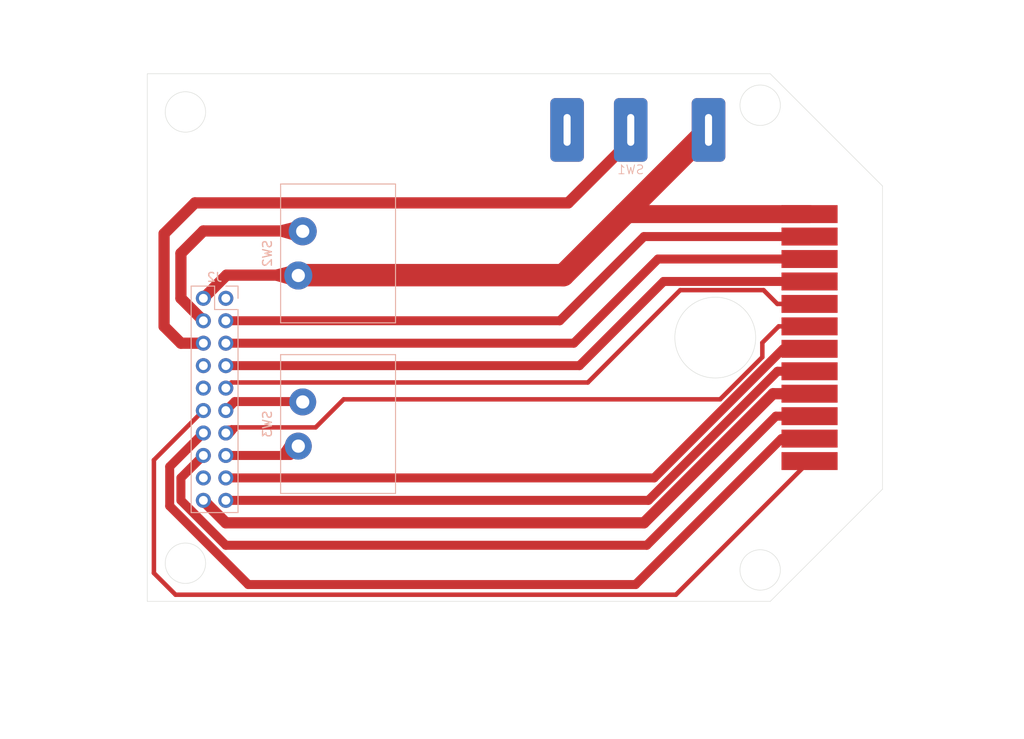
<source format=kicad_pcb>
(kicad_pcb (version 20241229) (generator "pcbnew") (generator_version "9.0")
  (layers (0 "F.Cu" signal) (2 "B.Cu" signal) (13 "F.Paste" user) (15 "B.Paste" user) (5 "F.SilkS" user "F.Silkscreen") (7 "B.SilkS" user "B.Silkscreen") (1 "F.Mask" user) (3 "B.Mask" user) (25 "Edge.Cuts" user))
  (net 0 "")
  (net 1 "Net-(J1-Pin_6)")
  (net 2 "Net-(J1-Pin_8)")
  (net 3 "Net-(J1-Pin_11)")
  (net 4 "Net-(J1-Pin_3)")
  (net 5 "Net-(J1-Pin_9)")
  (net 6 "Net-(J1-Pin_5)")
  (net 7 "Net-(J1-Pin_1)")
  (net 8 "Net-(J1-Pin_4)")
  (net 9 "Net-(J1-Pin_7)")
  (net 10 "Net-(J1-Pin_12)")
  (net 11 "Net-(J1-Pin_2)")
  (net 12 "Net-(J1-Pin_10)")
  (net 13 "Net-(J2-Pin_11)")
  (net 15 "Net-(J2-Pin_15)")
  (net 17 "Net-(J2-Pin_6)")
  (net 19 "Net-(J2-Pin_4)")
  (footprint "Custom Footprints:GH" (layer "F.Cu") (at 167.64 122.809 -90)
    (property "Reference" "J1" (hide yes))
    (property "Value" "Conn_01x12_Pin")
    (pad "1" smd rect (at -14.224 0 270) (size 2.032 6.35) (layers "F.Cu" "F.Mask" "F.Paste") (net 7 "Net-(J1-Pin_1)"))
    (pad "2" smd rect (at -11.684 0 270) (size 2.032 6.35) (layers "F.Cu" "F.Mask" "F.Paste") (net 11 "Net-(J1-Pin_2)"))
    (pad "3" smd rect (at -9.144 0 270) (size 2.032 6.35) (layers "F.Cu" "F.Mask" "F.Paste") (net 4 "Net-(J1-Pin_3)"))
    (pad "4" smd rect (at -6.604 0 270) (size 2.032 6.35) (layers "F.Cu" "F.Mask" "F.Paste") (net 8 "Net-(J1-Pin_4)"))
    (pad "5" smd rect (at -4.064 0 270) (size 2.032 6.35) (layers "F.Cu" "F.Mask" "F.Paste") (net 6 "Net-(J1-Pin_5)"))
    (pad "6" smd rect (at -1.524 0 270) (size 2.032 6.35) (layers "F.Cu" "F.Mask" "F.Paste") (net 1 "Net-(J1-Pin_6)"))
    (pad "7" smd rect (at 1.016 0 270) (size 2.032 6.35) (layers "F.Cu" "F.Mask" "F.Paste") (net 9 "Net-(J1-Pin_7)"))
    (pad "8" smd rect (at 3.556 0 270) (size 2.032 6.35) (layers "F.Cu" "F.Mask" "F.Paste") (net 2 "Net-(J1-Pin_8)"))
    (pad "9" smd rect (at 6.096 0 270) (size 2.032 6.35) (layers "F.Cu" "F.Mask" "F.Paste") (net 5 "Net-(J1-Pin_9)"))
    (pad "10" smd rect (at 8.636 0 270) (size 2.032 6.35) (layers "F.Cu" "F.Mask" "F.Paste") (net 12 "Net-(J1-Pin_10)"))
    (pad "11" smd rect (at 11.176 0 270) (size 2.032 6.35) (layers "F.Cu" "F.Mask" "F.Paste") (net 3 "Net-(J1-Pin_11)"))
    (pad "12" smd rect (at 13.716 0 270) (size 2.032 6.35) (layers "F.Cu" "F.Mask" "F.Paste") (net 10 "Net-(J1-Pin_12)"))
  )
  (footprint "Custom Footprints:KW11" (layer "B.Cu") (at 156.21 99.06 180)
    (property "Reference" "SW1" (at 8.8 -4.5 0) (layer "B.SilkS") (effects (font (thickness 0.1)) (justify mirror)))
    (property "Value" "SW_SPDT_321")
    (pad "1" thru_hole roundrect (at 0 0 180) (size 3.8 7.2) (drill oval 0.8 3.6) (layers "*.Cu" "*.Mask") (roundrect_rratio 0.15) (net 7 "Net-(J1-Pin_1)"))
    (pad "2" thru_hole roundrect (at 8.8 0 180) (size 3.8 7.2) (drill oval 0.8 3.6) (layers "*.Cu" "*.Mask") (roundrect_rratio 0.15) (net 17 "Net-(J2-Pin_6)"))
    (pad "3" thru_hole roundrect (at 16 0 180) (size 3.8 7.2) (drill oval 0.8 3.6) (layers "*.Cu" "*.Mask") (roundrect_rratio 0.15))
  )
  (footprint "Connector_PinHeader_2.54mm:PinHeader_2x10_P2.54mm_Vertical" (layer "B.Cu") (at 101.6 118.11 180)
    (property "Reference" "J2" (at 1.27 2.38 0) (layer "B.SilkS") (effects (justify mirror)))
    (property "Value" "Conn_01x20_Pin")
    (fp_line (start 3.92 1.38) (end 3.92 -24.24) (stroke (width 0.12)) (layer "B.SilkS"))
    (fp_line (start 1.27 1.38) (end 3.92 1.38) (stroke (width 0.12)) (layer "B.SilkS"))
    (fp_line (start 1.27 -1.27) (end 1.27 1.38) (stroke (width 0.12)) (layer "B.SilkS"))
    (fp_line (start -1.38 1.38) (end 0 1.38) (stroke (width 0.12)) (layer "B.SilkS"))
    (fp_line (start -1.38 0) (end -1.38 1.38) (stroke (width 0.12)) (layer "B.SilkS"))
    (fp_line (start -1.38 -1.27) (end 1.27 -1.27) (stroke (width 0.12)) (layer "B.SilkS"))
    (fp_line (start -1.38 -1.27) (end -1.38 -24.24) (stroke (width 0.12)) (layer "B.SilkS"))
    (fp_line (start -1.38 -24.24) (end 3.92 -24.24) (stroke (width 0.12)) (layer "B.SilkS"))
    (pad "1" thru_hole circle (at 0 0 180) (size 1.7 1.7) (drill 1) (layers "*.Cu" "*.Mask"))
    (pad "2" thru_hole circle (at 2.54 0 180) (size 1.7 1.7) (drill 1) (layers "*.Cu" "*.Mask") (net 7 "Net-(J1-Pin_1)"))
    (pad "3" thru_hole circle (at 0 -2.54 180) (size 1.7 1.7) (drill 1) (layers "*.Cu" "*.Mask") (net 11 "Net-(J1-Pin_2)"))
    (pad "4" thru_hole circle (at 2.54 -2.54 180) (size 1.7 1.7) (drill 1) (layers "*.Cu" "*.Mask") (net 19 "Net-(J2-Pin_4)"))
    (pad "5" thru_hole circle (at 0 -5.08 180) (size 1.7 1.7) (drill 1) (layers "*.Cu" "*.Mask") (net 4 "Net-(J1-Pin_3)"))
    (pad "6" thru_hole circle (at 2.54 -5.08 180) (size 1.7 1.7) (drill 1) (layers "*.Cu" "*.Mask") (net 17 "Net-(J2-Pin_6)"))
    (pad "7" thru_hole circle (at 0 -7.62 180) (size 1.7 1.7) (drill 1) (layers "*.Cu" "*.Mask") (net 8 "Net-(J1-Pin_4)"))
    (pad "8" thru_hole circle (at 2.54 -7.62 180) (size 1.7 1.7) (drill 1) (layers "*.Cu" "*.Mask"))
    (pad "9" thru_hole circle (at 0 -10.16 180) (size 1.7 1.7) (drill 1) (layers "*.Cu" "*.Mask") (net 6 "Net-(J1-Pin_5)"))
    (pad "10" thru_hole circle (at 2.54 -10.16 180) (size 1.7 1.7) (drill 1) (layers "*.Cu" "*.Mask"))
    (pad "11" thru_hole circle (at 0 -12.7 180) (size 1.7 1.7) (drill 1) (layers "*.Cu" "*.Mask") (net 13 "Net-(J2-Pin_11)"))
    (pad "12" thru_hole circle (at 2.54 -12.7 180) (size 1.7 1.7) (drill 1) (layers "*.Cu" "*.Mask") (net 10 "Net-(J1-Pin_12)"))
    (pad "13" thru_hole circle (at 0 -15.24 180) (size 1.7 1.7) (drill 1) (layers "*.Cu" "*.Mask") (net 1 "Net-(J1-Pin_6)"))
    (pad "14" thru_hole circle (at 2.54 -15.24 180) (size 1.7 1.7) (drill 1) (layers "*.Cu" "*.Mask") (net 3 "Net-(J1-Pin_11)"))
    (pad "15" thru_hole circle (at 0 -17.78 180) (size 1.7 1.7) (drill 1) (layers "*.Cu" "*.Mask") (net 15 "Net-(J2-Pin_15)"))
    (pad "16" thru_hole circle (at 2.54 -17.78 180) (size 1.7 1.7) (drill 1) (layers "*.Cu" "*.Mask") (net 12 "Net-(J1-Pin_10)"))
    (pad "17" thru_hole circle (at 0 -20.32 180) (size 1.7 1.7) (drill 1) (layers "*.Cu" "*.Mask") (net 9 "Net-(J1-Pin_7)"))
    (pad "18" thru_hole circle (at 2.54 -20.32 180) (size 1.7 1.7) (drill 1) (layers "*.Cu" "*.Mask"))
    (pad "19" thru_hole circle (at 0 -22.86 180) (size 1.7 1.7) (drill 1) (layers "*.Cu" "*.Mask") (net 2 "Net-(J1-Pin_8)"))
    (pad "20" thru_hole circle (at 2.54 -22.86 180) (size 1.7 1.7) (drill 1) (layers "*.Cu" "*.Mask") (net 5 "Net-(J1-Pin_9)"))
  )
  (footprint "PCM_Switch_Keyboard_Alps_Matias:SW_Alps_Matias" (layer "B.Cu") (at 114.3 132.334 -90)
    (property "Reference" "SW3" (at 0 8 90) (layer "B.SilkS") (effects (justify mirror)))
    (property "Value" "SW_Push")
    (fp_line (start -7.85 6.5) (end -7.85 -6.5) (stroke (width 0.12)) (layer "B.SilkS"))
    (fp_line (start 7.85 6.5) (end -7.85 6.5) (stroke (width 0.12)) (layer "B.SilkS"))
    (fp_line (start -7.85 -6.5) (end 7.85 -6.5) (stroke (width 0.12)) (layer "B.SilkS"))
    (fp_line (start 7.85 -6.5) (end 7.85 6.5) (stroke (width 0.12)) (layer "B.SilkS"))
    (pad "1" thru_hole circle (at -2.5 4 270) (size 3.048 3.048) (drill 1.5) (layers "*.Cu" "*.Mask") (net 13 "Net-(J2-Pin_11)"))
    (pad "2" thru_hole circle (at 2.5 4.5 270) (size 3.048 3.048) (drill 1.5) (layers "*.Cu" "*.Mask") (net 15 "Net-(J2-Pin_15)"))
  )
  (footprint "PCM_Switch_Keyboard_Alps_Matias:SW_Alps_Matias" (layer "B.Cu") (at 114.3 113.03 -90)
    (property "Reference" "SW2" (at 0 8 90) (layer "B.SilkS") (effects (justify mirror)))
    (property "Value" "SW_Push")
    (fp_line (start -7.85 6.5) (end -7.85 -6.5) (stroke (width 0.12)) (layer "B.SilkS"))
    (fp_line (start 7.85 6.5) (end -7.85 6.5) (stroke (width 0.12)) (layer "B.SilkS"))
    (fp_line (start -7.85 -6.5) (end 7.85 -6.5) (stroke (width 0.12)) (layer "B.SilkS"))
    (fp_line (start 7.85 -6.5) (end 7.85 6.5) (stroke (width 0.12)) (layer "B.SilkS"))
    (pad "1" thru_hole circle (at -2.5 4 270) (size 3.175 3.175) (drill 1.5) (layers "*.Cu" "*.Mask") (net 19 "Net-(J2-Pin_4)"))
    (pad "2" thru_hole circle (at 2.5 4.5 270) (size 3.175 3.175) (drill 1.5) (layers "*.Cu" "*.Mask") (net 7 "Net-(J1-Pin_1)"))
  )
  (gr_circle (center 162.052 148.844) (end 162.052 146.558) (stroke (width 0.05)) (fill no) (layer "Edge.Cuts"))
  (gr_line (start 175.895 105.41) (end 163.195 92.71) (stroke (width 0.05)) (layer "Edge.Cuts"))
  (gr_line (start 175.895 139.7) (end 175.895 105.41) (stroke (width 0.05)) (layer "Edge.Cuts"))
  (gr_line (start 175.895 139.7) (end 163.195 152.4) (stroke (width 0.05)) (layer "Edge.Cuts"))
  (gr_line (start 163.195 92.71) (end 92.71 92.71) (stroke (width 0.05)) (layer "Edge.Cuts"))
  (gr_circle (center 97.028 97.028) (end 97.028 94.742) (stroke (width 0.05)) (fill no) (layer "Edge.Cuts"))
  (gr_circle (center 156.972 122.555) (end 152.4 122.555) (stroke (width 0.05)) (fill no) (layer "Edge.Cuts"))
  (gr_line (start 92.71 92.71) (end 92.71 152.4) (stroke (width 0.05)) (layer "Edge.Cuts"))
  (gr_circle (center 162.052 96.266) (end 162.052 93.98) (stroke (width 0.05)) (fill no) (layer "Edge.Cuts"))
  (gr_line (start 92.71 152.4) (end 163.195 152.4) (stroke (width 0.05)) (layer "Edge.Cuts"))
  (gr_circle (center 97.028 148.082) (end 97.028 145.796) (stroke (width 0.05)) (fill no) (layer "Edge.Cuts"))
  (segment (start 165.1 121.285) (end 165.1 121.470052) (width 0.508) (layer "F.Cu") (net 1))
  (segment (start 162.299 124.761516) (end 157.520516 129.54) (width 0.508) (layer "F.Cu") (net 1))
  (segment (start 162.299 123.1335) (end 162.299 124.761516) (width 0.508) (layer "F.Cu") (net 1))
  (segment (start 102.235 132.715) (end 101.6 133.35) (width 0.508) (layer "F.Cu") (net 1))
  (segment (start 164.1475 121.285) (end 162.299 123.1335) (width 0.508) (layer "F.Cu") (net 1))
  (segment (start 114.935 129.54) (end 111.76 132.715) (width 0.508) (layer "F.Cu") (net 1))
  (segment (start 111.76 132.715) (end 102.235 132.715) (width 0.508) (layer "F.Cu") (net 1))
  (segment (start 157.520516 129.54) (end 114.935 129.54) (width 0.508) (layer "F.Cu") (net 1))
  (segment (start 167.64 121.285) (end 165.1 121.285) (width 0.2) (layer "F.Cu") (net 1))
  (segment (start 165.1 121.285) (end 164.1475 121.285) (width 0.508) (layer "F.Cu") (net 1))
  (segment (start 164.017831 126.365) (end 167.64 126.365) (width 1.016) (layer "F.Cu") (net 2))
  (segment (start 101.6 140.97) (end 149.412831 140.97) (width 1.016) (layer "F.Cu") (net 2))
  (segment (start 149.412831 140.97) (end 164.017831 126.365) (width 1.016) (layer "F.Cu") (net 2))
  (segment (start 95.25 141.605) (end 95.25 137.16) (width 1.016) (layer "F.Cu") (net 3))
  (segment (start 164.465 133.985) (end 147.955 150.495) (width 1.016) (layer "F.Cu") (net 3))
  (segment (start 147.955 150.495) (end 104.14 150.495) (width 1.016) (layer "F.Cu") (net 3))
  (segment (start 95.25 137.16) (end 99.06 133.35) (width 1.016) (layer "F.Cu") (net 3))
  (segment (start 104.14 150.495) (end 95.25 141.605) (width 1.016) (layer "F.Cu") (net 3))
  (segment (start 164.465 133.985) (end 167.64 133.985) (width 1.016) (layer "F.Cu") (net 3))
  (segment (start 140.97 123.19) (end 101.6 123.19) (width 1.016) (layer "F.Cu") (net 4))
  (segment (start 167.64 113.665) (end 150.495 113.665) (width 1.016) (layer "F.Cu") (net 4))
  (segment (start 150.495 113.665) (end 140.97 123.19) (width 1.016) (layer "F.Cu") (net 4))
  (segment (start 101.6 143.51) (end 99.06 140.97) (width 1.27) (layer "F.Cu") (net 5))
  (segment (start 167.64 128.905) (end 163.5125 128.905) (width 1.27) (layer "F.Cu") (net 5))
  (segment (start 163.5125 128.905) (end 148.9075 143.51) (width 1.27) (layer "F.Cu") (net 5))
  (segment (start 148.9075 143.51) (end 101.6 143.51) (width 1.27) (layer "F.Cu") (net 5))
  (segment (start 167.64 118.745) (end 163.995412 118.745) (width 0.508) (layer "F.Cu") (net 6))
  (segment (start 162.433708 117.183296) (end 153.009204 117.183296) (width 0.508) (layer "F.Cu") (net 6))
  (segment (start 142.5575 127.635) (end 102.235 127.635) (width 0.508) (layer "F.Cu") (net 6))
  (segment (start 153.009204 117.183296) (end 142.5575 127.635) (width 0.508) (layer "F.Cu") (net 6))
  (segment (start 163.995412 118.745) (end 162.433708 117.183296) (width 0.508) (layer "F.Cu") (net 6))
  (segment (start 102.235 127.635) (end 101.6 128.27) (width 0.508) (layer "F.Cu") (net 6))
  (segment (start 146.685 108.585) (end 139.78 115.49) (width 2.54) (layer "F.Cu") (net 7))
  (segment (start 167.64 108.585) (end 146.685 108.585) (width 2.032) (layer "F.Cu") (net 7))
  (segment (start 101.68 115.49) (end 99.06 118.11) (width 1.27) (layer "F.Cu") (net 7))
  (segment (start 139.78 115.49) (end 109.99 115.49) (width 2.54) (layer "F.Cu") (net 7))
  (segment (start 146.685 108.585) (end 156.21 99.06) (width 2.54) (layer "F.Cu") (net 7))
  (segment (start 109.99 115.49) (end 101.68 115.49) (width 1.27) (layer "F.Cu") (net 7))
  (segment (start 167.64 116.205) (end 151.13 116.205) (width 1.016) (layer "F.Cu") (net 8))
  (segment (start 141.605 125.73) (end 101.6 125.73) (width 1.016) (layer "F.Cu") (net 8))
  (segment (start 151.13 116.205) (end 141.605 125.73) (width 1.016) (layer "F.Cu") (net 8))
  (segment (start 164.659858 123.825) (end 150.054858 138.43) (width 1.016) (layer "F.Cu") (net 9))
  (segment (start 150.054858 138.43) (end 101.6 138.43) (width 1.016) (layer "F.Cu") (net 9))
  (segment (start 164.659858 123.825) (end 167.64 123.825) (width 0.508) (layer "F.Cu") (net 9))
  (segment (start 167.64 136.525) (end 165.1 136.525) (width 1.27) (layer "F.Cu") (net 10))
  (segment (start 93.465 149.196092) (end 93.465 136.405) (width 0.508) (layer "F.Cu") (net 10))
  (segment (start 93.465 136.405) (end 99.06 130.81) (width 0.508) (layer "F.Cu") (net 10))
  (segment (start 152.52 151.645) (end 95.913908 151.645) (width 0.508) (layer "F.Cu") (net 10))
  (segment (start 167.64 136.525) (end 152.52 151.645) (width 0.508) (layer "F.Cu") (net 10))
  (segment (start 95.913908 151.645) (end 93.465 149.196092) (width 0.508) (layer "F.Cu") (net 10))
  (segment (start 167.64 111.125) (end 148.9075 111.125) (width 1.016) (layer "F.Cu") (net 11))
  (segment (start 139.3825 120.65) (end 101.6 120.65) (width 1.016) (layer "F.Cu") (net 11))
  (segment (start 148.9075 111.125) (end 139.3825 120.65) (width 1.016) (layer "F.Cu") (net 11))
  (segment (start 96.52 138.43) (end 99.06 135.89) (width 1.016) (layer "F.Cu") (net 12))
  (segment (start 101.6 146.05) (end 96.52 140.97) (width 1.016) (layer "F.Cu") (net 12))
  (segment (start 149.225 146.05) (end 163.83 131.445) (width 1.016) (layer "F.Cu") (net 12))
  (segment (start 149.225 146.05) (end 101.6 146.05) (width 1.016) (layer "F.Cu") (net 12))
  (segment (start 96.52 140.97) (end 96.52 138.43) (width 1.016) (layer "F.Cu") (net 12))
  (segment (start 163.83 131.445) (end 167.64 131.445) (width 1.016) (layer "F.Cu") (net 12))
  (segment (start 110.49 129.794) (end 102.616 129.794) (width 1.016) (layer "F.Cu") (net 13))
  (segment (start 102.616 129.794) (end 101.6 130.81) (width 1.016) (layer "F.Cu") (net 13))
  (segment (start 109.99 134.794) (end 108.894 135.89) (width 1.016) (layer "F.Cu") (net 15))
  (segment (start 108.894 135.89) (end 101.6 135.89) (width 1.016) (layer "F.Cu") (net 15))
  (segment (start 140.335 107.315) (end 98.1075 107.315) (width 1.27) (layer "F.Cu") (net 17))
  (segment (start 98.1075 107.315) (end 94.615 110.8075) (width 1.27) (layer "F.Cu") (net 17))
  (segment (start 147.41 99.06) (end 147.41 100.24) (width 1.27) (layer "F.Cu") (net 17))
  (segment (start 94.615 110.8075) (end 94.615 121.285) (width 1.27) (layer "F.Cu") (net 17))
  (segment (start 96.52 123.19) (end 99.06 123.19) (width 1.27) (layer "F.Cu") (net 17))
  (segment (start 94.615 121.285) (end 96.52 123.19) (width 1.27) (layer "F.Cu") (net 17))
  (segment (start 147.41 100.24) (end 140.335 107.315) (width 1.27) (layer "F.Cu") (net 17))
  (segment (start 99.06 110.49) (end 96.52 113.03) (width 1.27) (layer "F.Cu") (net 19))
  (segment (start 96.52 113.03) (end 96.52 118.11) (width 1.27) (layer "F.Cu") (net 19))
  (segment (start 96.52 118.11) (end 99.06 120.65) (width 1.27) (layer "F.Cu") (net 19))
  (segment (start 110.49 110.49) (end 99.06 110.49) (width 1.27) (layer "F.Cu") (net 19))
)
</source>
